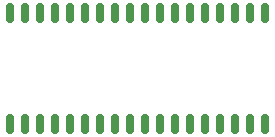
<source format=gbr>
%TF.GenerationSoftware,KiCad,Pcbnew,(6.0.0-0)*%
%TF.CreationDate,2022-07-06T04:59:43-04:00*%
%TF.ProjectId,RAM-Breakout,52414d2d-4272-4656-916b-6f75742e6b69,rev?*%
%TF.SameCoordinates,Original*%
%TF.FileFunction,Paste,Top*%
%TF.FilePolarity,Positive*%
%FSLAX46Y46*%
G04 Gerber Fmt 4.6, Leading zero omitted, Abs format (unit mm)*
G04 Created by KiCad (PCBNEW (6.0.0-0)) date 2022-07-06 04:59:43*
%MOMM*%
%LPD*%
G01*
G04 APERTURE LIST*
G04 Aperture macros list*
%AMRoundRect*
0 Rectangle with rounded corners*
0 $1 Rounding radius*
0 $2 $3 $4 $5 $6 $7 $8 $9 X,Y pos of 4 corners*
0 Add a 4 corners polygon primitive as box body*
4,1,4,$2,$3,$4,$5,$6,$7,$8,$9,$2,$3,0*
0 Add four circle primitives for the rounded corners*
1,1,$1+$1,$2,$3*
1,1,$1+$1,$4,$5*
1,1,$1+$1,$6,$7*
1,1,$1+$1,$8,$9*
0 Add four rect primitives between the rounded corners*
20,1,$1+$1,$2,$3,$4,$5,0*
20,1,$1+$1,$4,$5,$6,$7,0*
20,1,$1+$1,$6,$7,$8,$9,0*
20,1,$1+$1,$8,$9,$2,$3,0*%
G04 Aperture macros list end*
%ADD10RoundRect,0.150000X0.150000X-0.700000X0.150000X0.700000X-0.150000X0.700000X-0.150000X-0.700000X0*%
G04 APERTURE END LIST*
D10*
%TO.C,U1*%
X132207000Y-119508000D03*
X133477000Y-119508000D03*
X134747000Y-119508000D03*
X136017000Y-119508000D03*
X137287000Y-119508000D03*
X138557000Y-119508000D03*
X139827000Y-119508000D03*
X141097000Y-119508000D03*
X142367000Y-119508000D03*
X143637000Y-119508000D03*
X144907000Y-119508000D03*
X146177000Y-119508000D03*
X147447000Y-119508000D03*
X148717000Y-119508000D03*
X149987000Y-119508000D03*
X151257000Y-119508000D03*
X152527000Y-119508000D03*
X153797000Y-119508000D03*
X153797000Y-110108000D03*
X152527000Y-110108000D03*
X151257000Y-110108000D03*
X149987000Y-110108000D03*
X148717000Y-110108000D03*
X147447000Y-110108000D03*
X146177000Y-110108000D03*
X144907000Y-110108000D03*
X143637000Y-110108000D03*
X142367000Y-110108000D03*
X141097000Y-110108000D03*
X139827000Y-110108000D03*
X138557000Y-110108000D03*
X137287000Y-110108000D03*
X136017000Y-110108000D03*
X134747000Y-110108000D03*
X133477000Y-110108000D03*
X132207000Y-110108000D03*
%TD*%
M02*

</source>
